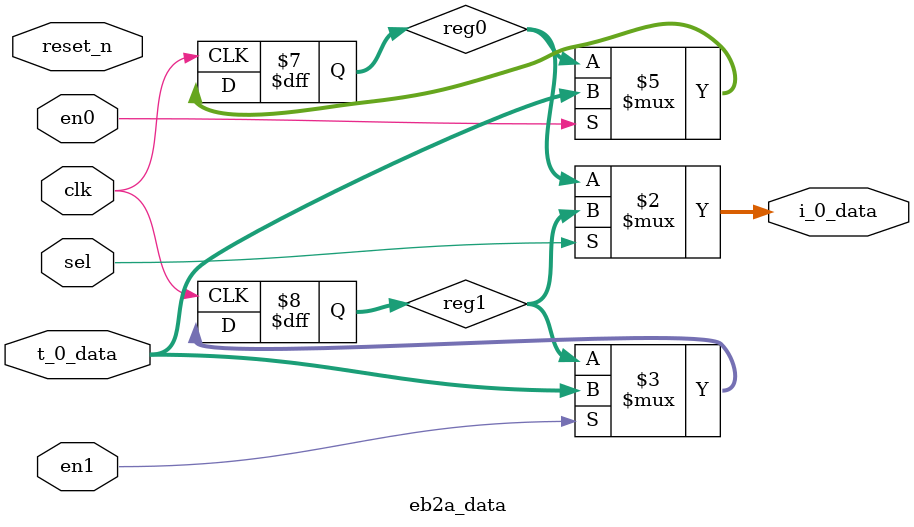
<source format=v>
module eb2a_data #(
    parameter T_0_WIDTH = 8,
    parameter I_0_WIDTH = 8
) (
    input [T_0_WIDTH-1:0] t_0_data,
    output wire [I_0_WIDTH-1:0] i_0_data,
    input en0, en1, sel,
    input clk, reset_n
);

reg [I_0_WIDTH-1:0] reg0, reg1;

always @(posedge clk) begin
    if (en0) reg0 <= t_0_data;
    if (en1) reg1 <= t_0_data;
end

assign i_0_data = sel ? reg1 : reg0;

endmodule

</source>
